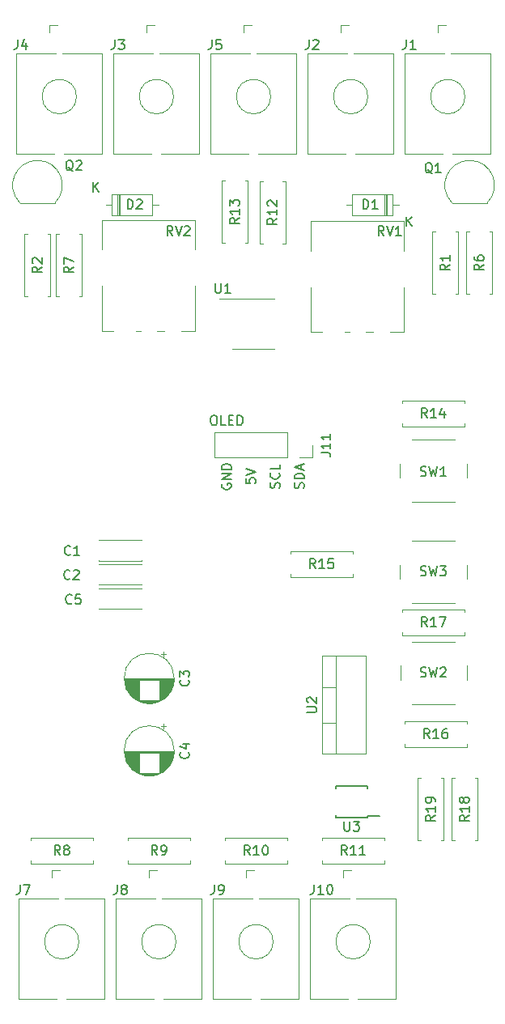
<source format=gbr>
%TF.GenerationSoftware,KiCad,Pcbnew,5.1.10-1.fc33*%
%TF.CreationDate,2021-10-13T17:20:41-04:00*%
%TF.ProjectId,vccg,76636367-2e6b-4696-9361-645f70636258,rev?*%
%TF.SameCoordinates,Original*%
%TF.FileFunction,Legend,Top*%
%TF.FilePolarity,Positive*%
%FSLAX46Y46*%
G04 Gerber Fmt 4.6, Leading zero omitted, Abs format (unit mm)*
G04 Created by KiCad (PCBNEW 5.1.10-1.fc33) date 2021-10-13 17:20:41*
%MOMM*%
%LPD*%
G01*
G04 APERTURE LIST*
%ADD10C,0.150000*%
%ADD11C,0.120000*%
G04 APERTURE END LIST*
D10*
X198953619Y-65492380D02*
X199144095Y-65492380D01*
X199239333Y-65540000D01*
X199334571Y-65635238D01*
X199382190Y-65825714D01*
X199382190Y-66159047D01*
X199334571Y-66349523D01*
X199239333Y-66444761D01*
X199144095Y-66492380D01*
X198953619Y-66492380D01*
X198858380Y-66444761D01*
X198763142Y-66349523D01*
X198715523Y-66159047D01*
X198715523Y-65825714D01*
X198763142Y-65635238D01*
X198858380Y-65540000D01*
X198953619Y-65492380D01*
X200286952Y-66492380D02*
X199810761Y-66492380D01*
X199810761Y-65492380D01*
X200620285Y-65968571D02*
X200953619Y-65968571D01*
X201096476Y-66492380D02*
X200620285Y-66492380D01*
X200620285Y-65492380D01*
X201096476Y-65492380D01*
X201525047Y-66492380D02*
X201525047Y-65492380D01*
X201763142Y-65492380D01*
X201906000Y-65540000D01*
X202001238Y-65635238D01*
X202048857Y-65730476D01*
X202096476Y-65920952D01*
X202096476Y-66063809D01*
X202048857Y-66254285D01*
X202001238Y-66349523D01*
X201906000Y-66444761D01*
X201763142Y-66492380D01*
X201525047Y-66492380D01*
X199906000Y-72643904D02*
X199858380Y-72739142D01*
X199858380Y-72882000D01*
X199906000Y-73024857D01*
X200001238Y-73120095D01*
X200096476Y-73167714D01*
X200286952Y-73215333D01*
X200429809Y-73215333D01*
X200620285Y-73167714D01*
X200715523Y-73120095D01*
X200810761Y-73024857D01*
X200858380Y-72882000D01*
X200858380Y-72786761D01*
X200810761Y-72643904D01*
X200763142Y-72596285D01*
X200429809Y-72596285D01*
X200429809Y-72786761D01*
X200858380Y-72167714D02*
X199858380Y-72167714D01*
X200858380Y-71596285D01*
X199858380Y-71596285D01*
X200858380Y-71120095D02*
X199858380Y-71120095D01*
X199858380Y-70882000D01*
X199906000Y-70739142D01*
X200001238Y-70643904D01*
X200096476Y-70596285D01*
X200286952Y-70548666D01*
X200429809Y-70548666D01*
X200620285Y-70596285D01*
X200715523Y-70643904D01*
X200810761Y-70739142D01*
X200858380Y-70882000D01*
X200858380Y-71120095D01*
X202398380Y-72072476D02*
X202398380Y-72548666D01*
X202874571Y-72596285D01*
X202826952Y-72548666D01*
X202779333Y-72453428D01*
X202779333Y-72215333D01*
X202826952Y-72120095D01*
X202874571Y-72072476D01*
X202969809Y-72024857D01*
X203207904Y-72024857D01*
X203303142Y-72072476D01*
X203350761Y-72120095D01*
X203398380Y-72215333D01*
X203398380Y-72453428D01*
X203350761Y-72548666D01*
X203303142Y-72596285D01*
X202398380Y-71739142D02*
X203398380Y-71405809D01*
X202398380Y-71072476D01*
X205890761Y-73072476D02*
X205938380Y-72929619D01*
X205938380Y-72691523D01*
X205890761Y-72596285D01*
X205843142Y-72548666D01*
X205747904Y-72501047D01*
X205652666Y-72501047D01*
X205557428Y-72548666D01*
X205509809Y-72596285D01*
X205462190Y-72691523D01*
X205414571Y-72882000D01*
X205366952Y-72977238D01*
X205319333Y-73024857D01*
X205224095Y-73072476D01*
X205128857Y-73072476D01*
X205033619Y-73024857D01*
X204986000Y-72977238D01*
X204938380Y-72882000D01*
X204938380Y-72643904D01*
X204986000Y-72501047D01*
X205843142Y-71501047D02*
X205890761Y-71548666D01*
X205938380Y-71691523D01*
X205938380Y-71786761D01*
X205890761Y-71929619D01*
X205795523Y-72024857D01*
X205700285Y-72072476D01*
X205509809Y-72120095D01*
X205366952Y-72120095D01*
X205176476Y-72072476D01*
X205081238Y-72024857D01*
X204986000Y-71929619D01*
X204938380Y-71786761D01*
X204938380Y-71691523D01*
X204986000Y-71548666D01*
X205033619Y-71501047D01*
X205938380Y-70596285D02*
X205938380Y-71072476D01*
X204938380Y-71072476D01*
X208430761Y-73096285D02*
X208478380Y-72953428D01*
X208478380Y-72715333D01*
X208430761Y-72620095D01*
X208383142Y-72572476D01*
X208287904Y-72524857D01*
X208192666Y-72524857D01*
X208097428Y-72572476D01*
X208049809Y-72620095D01*
X208002190Y-72715333D01*
X207954571Y-72905809D01*
X207906952Y-73001047D01*
X207859333Y-73048666D01*
X207764095Y-73096285D01*
X207668857Y-73096285D01*
X207573619Y-73048666D01*
X207526000Y-73001047D01*
X207478380Y-72905809D01*
X207478380Y-72667714D01*
X207526000Y-72524857D01*
X208478380Y-72096285D02*
X207478380Y-72096285D01*
X207478380Y-71858190D01*
X207526000Y-71715333D01*
X207621238Y-71620095D01*
X207716476Y-71572476D01*
X207906952Y-71524857D01*
X208049809Y-71524857D01*
X208240285Y-71572476D01*
X208335523Y-71620095D01*
X208430761Y-71715333D01*
X208478380Y-71858190D01*
X208478380Y-72096285D01*
X208192666Y-71143904D02*
X208192666Y-70667714D01*
X208478380Y-71239142D02*
X207478380Y-70905809D01*
X208478380Y-70572476D01*
D11*
%TO.C,R19*%
X220372000Y-109950000D02*
X220702000Y-109950000D01*
X220372000Y-103410000D02*
X220372000Y-109950000D01*
X220702000Y-103410000D02*
X220372000Y-103410000D01*
X223112000Y-109950000D02*
X222782000Y-109950000D01*
X223112000Y-103410000D02*
X223112000Y-109950000D01*
X222782000Y-103410000D02*
X223112000Y-103410000D01*
%TO.C,R18*%
X223928000Y-109950000D02*
X224258000Y-109950000D01*
X223928000Y-103410000D02*
X223928000Y-109950000D01*
X224258000Y-103410000D02*
X223928000Y-103410000D01*
X226668000Y-109950000D02*
X226338000Y-109950000D01*
X226668000Y-103410000D02*
X226668000Y-109950000D01*
X226338000Y-103410000D02*
X226668000Y-103410000D01*
%TO.C,J2*%
X212300000Y-24654000D02*
X213160000Y-24654000D01*
X212300000Y-24654000D02*
X212300000Y-25454000D01*
X215160000Y-32134000D02*
G75*
G03*
X215160000Y-32134000I-1800000J0D01*
G01*
X213010000Y-27634000D02*
X208860000Y-27634000D01*
X217860000Y-27634000D02*
X213710000Y-27634000D01*
X212860000Y-38134000D02*
X208860000Y-38134000D01*
X217860000Y-38134000D02*
X213860000Y-38134000D01*
X217860000Y-27634000D02*
X217860000Y-38134000D01*
X208860000Y-27634000D02*
X208860000Y-38134000D01*
%TO.C,J1*%
X222460000Y-24654000D02*
X223320000Y-24654000D01*
X222460000Y-24654000D02*
X222460000Y-25454000D01*
X225320000Y-32134000D02*
G75*
G03*
X225320000Y-32134000I-1800000J0D01*
G01*
X223170000Y-27634000D02*
X219020000Y-27634000D01*
X228020000Y-27634000D02*
X223870000Y-27634000D01*
X223020000Y-38134000D02*
X219020000Y-38134000D01*
X228020000Y-38134000D02*
X224020000Y-38134000D01*
X228020000Y-27634000D02*
X228020000Y-38134000D01*
X219020000Y-27634000D02*
X219020000Y-38134000D01*
%TO.C,SW3*%
X225500000Y-82610000D02*
X225500000Y-81110000D01*
X224250000Y-78610000D02*
X219750000Y-78610000D01*
X218500000Y-81110000D02*
X218500000Y-82610000D01*
X219750000Y-85110000D02*
X224250000Y-85110000D01*
%TO.C,SW2*%
X225548000Y-93170000D02*
X225548000Y-91670000D01*
X224298000Y-89170000D02*
X219798000Y-89170000D01*
X218548000Y-91670000D02*
X218548000Y-93170000D01*
X219798000Y-95670000D02*
X224298000Y-95670000D01*
%TO.C,SW1*%
X225500000Y-72028000D02*
X225500000Y-70528000D01*
X224250000Y-68028000D02*
X219750000Y-68028000D01*
X218500000Y-70528000D02*
X218500000Y-72028000D01*
X219750000Y-74528000D02*
X224250000Y-74528000D01*
%TO.C,R17*%
X218726000Y-85752000D02*
X218726000Y-86082000D01*
X225266000Y-85752000D02*
X218726000Y-85752000D01*
X225266000Y-86082000D02*
X225266000Y-85752000D01*
X218726000Y-88492000D02*
X218726000Y-88162000D01*
X225266000Y-88492000D02*
X218726000Y-88492000D01*
X225266000Y-88162000D02*
X225266000Y-88492000D01*
%TO.C,R16*%
X225520000Y-99846000D02*
X225520000Y-100176000D01*
X225520000Y-100176000D02*
X218980000Y-100176000D01*
X218980000Y-100176000D02*
X218980000Y-99846000D01*
X225520000Y-97766000D02*
X225520000Y-97436000D01*
X225520000Y-97436000D02*
X218980000Y-97436000D01*
X218980000Y-97436000D02*
X218980000Y-97766000D01*
%TO.C,R15*%
X207042000Y-79656000D02*
X207042000Y-79986000D01*
X213582000Y-79656000D02*
X207042000Y-79656000D01*
X213582000Y-79986000D02*
X213582000Y-79656000D01*
X207042000Y-82396000D02*
X207042000Y-82066000D01*
X213582000Y-82396000D02*
X207042000Y-82396000D01*
X213582000Y-82066000D02*
X213582000Y-82396000D01*
%TO.C,R14*%
X218726000Y-64238000D02*
X218726000Y-63908000D01*
X218726000Y-63908000D02*
X225266000Y-63908000D01*
X225266000Y-63908000D02*
X225266000Y-64238000D01*
X218726000Y-66318000D02*
X218726000Y-66648000D01*
X218726000Y-66648000D02*
X225266000Y-66648000D01*
X225266000Y-66648000D02*
X225266000Y-66318000D01*
%TO.C,J11*%
X209356000Y-68580000D02*
X209356000Y-69910000D01*
X209356000Y-69910000D02*
X208026000Y-69910000D01*
X206756000Y-69910000D02*
X199076000Y-69910000D01*
X199076000Y-67250000D02*
X199076000Y-69910000D01*
X206756000Y-67250000D02*
X199076000Y-67250000D01*
X206756000Y-67250000D02*
X206756000Y-69910000D01*
%TO.C,R13*%
X202620000Y-40920000D02*
X202290000Y-40920000D01*
X202620000Y-47460000D02*
X202620000Y-40920000D01*
X202290000Y-47460000D02*
X202620000Y-47460000D01*
X199880000Y-40920000D02*
X200210000Y-40920000D01*
X199880000Y-47460000D02*
X199880000Y-40920000D01*
X200210000Y-47460000D02*
X199880000Y-47460000D01*
%TO.C,R12*%
X206570000Y-40970000D02*
X206240000Y-40970000D01*
X206570000Y-47510000D02*
X206570000Y-40970000D01*
X206240000Y-47510000D02*
X206570000Y-47510000D01*
X203830000Y-40970000D02*
X204160000Y-40970000D01*
X203830000Y-47510000D02*
X203830000Y-40970000D01*
X204160000Y-47510000D02*
X203830000Y-47510000D01*
D10*
%TO.C,U3*%
X215125000Y-107350000D02*
X216350000Y-107350000D01*
X215125000Y-104225000D02*
X211775000Y-104225000D01*
X215125000Y-107575000D02*
X211775000Y-107575000D01*
X215125000Y-104225000D02*
X215125000Y-104525000D01*
X211775000Y-104225000D02*
X211775000Y-104525000D01*
X211775000Y-107575000D02*
X211775000Y-107275000D01*
X215125000Y-107575000D02*
X215125000Y-107350000D01*
D11*
%TO.C,U2*%
X210344000Y-93907000D02*
X211854000Y-93907000D01*
X210344000Y-97608000D02*
X211854000Y-97608000D01*
X211854000Y-100878000D02*
X211854000Y-90638000D01*
X210344000Y-90638000D02*
X214985000Y-90638000D01*
X210344000Y-100878000D02*
X214985000Y-100878000D01*
X214985000Y-100878000D02*
X214985000Y-90638000D01*
X210344000Y-100878000D02*
X210344000Y-90638000D01*
%TO.C,U1*%
X203200000Y-53270000D02*
X199600000Y-53270000D01*
X203200000Y-53270000D02*
X205400000Y-53270000D01*
X203200000Y-58490000D02*
X201000000Y-58490000D01*
X203200000Y-58490000D02*
X205400000Y-58490000D01*
%TO.C,RV2*%
X193898000Y-56658000D02*
X193068000Y-56658000D01*
X191448000Y-56658000D02*
X190918000Y-56658000D01*
X188548000Y-56658000D02*
X187368000Y-56658000D01*
X197108000Y-56658000D02*
X197108000Y-51938000D01*
X187368000Y-48128000D02*
X187368000Y-45068000D01*
X187358000Y-56658000D02*
X187358000Y-51938000D01*
X197108000Y-48128000D02*
X197108000Y-45068000D01*
X197108000Y-56658000D02*
X195618000Y-56658000D01*
X197108000Y-45068000D02*
X187368000Y-45068000D01*
%TO.C,RV1*%
X215742000Y-56778000D02*
X214912000Y-56778000D01*
X213292000Y-56778000D02*
X212762000Y-56778000D01*
X210392000Y-56778000D02*
X209212000Y-56778000D01*
X218952000Y-56778000D02*
X218952000Y-52058000D01*
X209212000Y-48248000D02*
X209212000Y-45188000D01*
X209202000Y-56778000D02*
X209202000Y-52058000D01*
X218952000Y-48248000D02*
X218952000Y-45188000D01*
X218952000Y-56778000D02*
X217462000Y-56778000D01*
X218952000Y-45188000D02*
X209212000Y-45188000D01*
%TO.C,R11*%
X210344000Y-109628000D02*
X210344000Y-109958000D01*
X216884000Y-109628000D02*
X210344000Y-109628000D01*
X216884000Y-109958000D02*
X216884000Y-109628000D01*
X210344000Y-112368000D02*
X210344000Y-112038000D01*
X216884000Y-112368000D02*
X210344000Y-112368000D01*
X216884000Y-112038000D02*
X216884000Y-112368000D01*
%TO.C,R10*%
X200184000Y-109628000D02*
X200184000Y-109958000D01*
X206724000Y-109628000D02*
X200184000Y-109628000D01*
X206724000Y-109958000D02*
X206724000Y-109628000D01*
X200184000Y-112368000D02*
X200184000Y-112038000D01*
X206724000Y-112368000D02*
X200184000Y-112368000D01*
X206724000Y-112038000D02*
X206724000Y-112368000D01*
%TO.C,R9*%
X190024000Y-109628000D02*
X190024000Y-109958000D01*
X196564000Y-109628000D02*
X190024000Y-109628000D01*
X196564000Y-109958000D02*
X196564000Y-109628000D01*
X190024000Y-112368000D02*
X190024000Y-112038000D01*
X196564000Y-112368000D02*
X190024000Y-112368000D01*
X196564000Y-112038000D02*
X196564000Y-112368000D01*
%TO.C,R8*%
X179864000Y-109628000D02*
X179864000Y-109958000D01*
X186404000Y-109628000D02*
X179864000Y-109628000D01*
X186404000Y-109958000D02*
X186404000Y-109628000D01*
X179864000Y-112368000D02*
X179864000Y-112038000D01*
X186404000Y-112368000D02*
X179864000Y-112368000D01*
X186404000Y-112038000D02*
X186404000Y-112368000D01*
%TO.C,R7*%
X182526000Y-53054000D02*
X182856000Y-53054000D01*
X182526000Y-46514000D02*
X182526000Y-53054000D01*
X182856000Y-46514000D02*
X182526000Y-46514000D01*
X185266000Y-53054000D02*
X184936000Y-53054000D01*
X185266000Y-46514000D02*
X185266000Y-53054000D01*
X184936000Y-46514000D02*
X185266000Y-46514000D01*
%TO.C,R6*%
X225452000Y-52800000D02*
X225782000Y-52800000D01*
X225452000Y-46260000D02*
X225452000Y-52800000D01*
X225782000Y-46260000D02*
X225452000Y-46260000D01*
X228192000Y-52800000D02*
X227862000Y-52800000D01*
X228192000Y-46260000D02*
X228192000Y-52800000D01*
X227862000Y-46260000D02*
X228192000Y-46260000D01*
%TO.C,R2*%
X179224000Y-53054000D02*
X179554000Y-53054000D01*
X179224000Y-46514000D02*
X179224000Y-53054000D01*
X179554000Y-46514000D02*
X179224000Y-46514000D01*
X181964000Y-53054000D02*
X181634000Y-53054000D01*
X181964000Y-46514000D02*
X181964000Y-53054000D01*
X181634000Y-46514000D02*
X181964000Y-46514000D01*
%TO.C,R1*%
X224636000Y-46260000D02*
X224306000Y-46260000D01*
X224636000Y-52800000D02*
X224636000Y-46260000D01*
X224306000Y-52800000D02*
X224636000Y-52800000D01*
X221896000Y-46260000D02*
X222226000Y-46260000D01*
X221896000Y-52800000D02*
X221896000Y-46260000D01*
X222226000Y-52800000D02*
X221896000Y-52800000D01*
%TO.C,Q2*%
X178794000Y-43252000D02*
X182394000Y-43252000D01*
X182432478Y-43240478D02*
G75*
G03*
X180594000Y-38802000I-1838478J1838478D01*
G01*
X178755522Y-43240478D02*
G75*
G02*
X180594000Y-38802000I1838478J1838478D01*
G01*
%TO.C,Q1*%
X224006000Y-43252000D02*
X227606000Y-43252000D01*
X227644478Y-43240478D02*
G75*
G03*
X225806000Y-38802000I-1838478J1838478D01*
G01*
X223967522Y-43240478D02*
G75*
G02*
X225806000Y-38802000I1838478J1838478D01*
G01*
%TO.C,J10*%
X212554000Y-113046000D02*
X213414000Y-113046000D01*
X212554000Y-113046000D02*
X212554000Y-113846000D01*
X215414000Y-120526000D02*
G75*
G03*
X215414000Y-120526000I-1800000J0D01*
G01*
X213264000Y-116026000D02*
X209114000Y-116026000D01*
X218114000Y-116026000D02*
X213964000Y-116026000D01*
X213114000Y-126526000D02*
X209114000Y-126526000D01*
X218114000Y-126526000D02*
X214114000Y-126526000D01*
X218114000Y-116026000D02*
X218114000Y-126526000D01*
X209114000Y-116026000D02*
X209114000Y-126526000D01*
%TO.C,J9*%
X202394000Y-113046000D02*
X203254000Y-113046000D01*
X202394000Y-113046000D02*
X202394000Y-113846000D01*
X205254000Y-120526000D02*
G75*
G03*
X205254000Y-120526000I-1800000J0D01*
G01*
X203104000Y-116026000D02*
X198954000Y-116026000D01*
X207954000Y-116026000D02*
X203804000Y-116026000D01*
X202954000Y-126526000D02*
X198954000Y-126526000D01*
X207954000Y-126526000D02*
X203954000Y-126526000D01*
X207954000Y-116026000D02*
X207954000Y-126526000D01*
X198954000Y-116026000D02*
X198954000Y-126526000D01*
%TO.C,J8*%
X192234000Y-113046000D02*
X193094000Y-113046000D01*
X192234000Y-113046000D02*
X192234000Y-113846000D01*
X195094000Y-120526000D02*
G75*
G03*
X195094000Y-120526000I-1800000J0D01*
G01*
X192944000Y-116026000D02*
X188794000Y-116026000D01*
X197794000Y-116026000D02*
X193644000Y-116026000D01*
X192794000Y-126526000D02*
X188794000Y-126526000D01*
X197794000Y-126526000D02*
X193794000Y-126526000D01*
X197794000Y-116026000D02*
X197794000Y-126526000D01*
X188794000Y-116026000D02*
X188794000Y-126526000D01*
%TO.C,J7*%
X182074000Y-113046000D02*
X182934000Y-113046000D01*
X182074000Y-113046000D02*
X182074000Y-113846000D01*
X184934000Y-120526000D02*
G75*
G03*
X184934000Y-120526000I-1800000J0D01*
G01*
X182784000Y-116026000D02*
X178634000Y-116026000D01*
X187634000Y-116026000D02*
X183484000Y-116026000D01*
X182634000Y-126526000D02*
X178634000Y-126526000D01*
X187634000Y-126526000D02*
X183634000Y-126526000D01*
X187634000Y-116026000D02*
X187634000Y-126526000D01*
X178634000Y-116026000D02*
X178634000Y-126526000D01*
%TO.C,J5*%
X202140000Y-24654000D02*
X203000000Y-24654000D01*
X202140000Y-24654000D02*
X202140000Y-25454000D01*
X205000000Y-32134000D02*
G75*
G03*
X205000000Y-32134000I-1800000J0D01*
G01*
X202850000Y-27634000D02*
X198700000Y-27634000D01*
X207700000Y-27634000D02*
X203550000Y-27634000D01*
X202700000Y-38134000D02*
X198700000Y-38134000D01*
X207700000Y-38134000D02*
X203700000Y-38134000D01*
X207700000Y-27634000D02*
X207700000Y-38134000D01*
X198700000Y-27634000D02*
X198700000Y-38134000D01*
%TO.C,J4*%
X181820000Y-24654000D02*
X182680000Y-24654000D01*
X181820000Y-24654000D02*
X181820000Y-25454000D01*
X184680000Y-32134000D02*
G75*
G03*
X184680000Y-32134000I-1800000J0D01*
G01*
X182530000Y-27634000D02*
X178380000Y-27634000D01*
X187380000Y-27634000D02*
X183230000Y-27634000D01*
X182380000Y-38134000D02*
X178380000Y-38134000D01*
X187380000Y-38134000D02*
X183380000Y-38134000D01*
X187380000Y-27634000D02*
X187380000Y-38134000D01*
X178380000Y-27634000D02*
X178380000Y-38134000D01*
%TO.C,J3*%
X191980000Y-24654000D02*
X192840000Y-24654000D01*
X191980000Y-24654000D02*
X191980000Y-25454000D01*
X194840000Y-32134000D02*
G75*
G03*
X194840000Y-32134000I-1800000J0D01*
G01*
X192690000Y-27634000D02*
X188540000Y-27634000D01*
X197540000Y-27634000D02*
X193390000Y-27634000D01*
X192540000Y-38134000D02*
X188540000Y-38134000D01*
X197540000Y-38134000D02*
X193540000Y-38134000D01*
X197540000Y-27634000D02*
X197540000Y-38134000D01*
X188540000Y-27634000D02*
X188540000Y-38134000D01*
%TO.C,D2*%
X188980000Y-42314000D02*
X188980000Y-44554000D01*
X189220000Y-42314000D02*
X189220000Y-44554000D01*
X189100000Y-42314000D02*
X189100000Y-44554000D01*
X193270000Y-43434000D02*
X192620000Y-43434000D01*
X187730000Y-43434000D02*
X188380000Y-43434000D01*
X192620000Y-42314000D02*
X188380000Y-42314000D01*
X192620000Y-44554000D02*
X192620000Y-42314000D01*
X188380000Y-44554000D02*
X192620000Y-44554000D01*
X188380000Y-42314000D02*
X188380000Y-44554000D01*
%TO.C,D1*%
X217166000Y-44554000D02*
X217166000Y-42314000D01*
X216926000Y-44554000D02*
X216926000Y-42314000D01*
X217046000Y-44554000D02*
X217046000Y-42314000D01*
X212876000Y-43434000D02*
X213526000Y-43434000D01*
X218416000Y-43434000D02*
X217766000Y-43434000D01*
X213526000Y-44554000D02*
X217766000Y-44554000D01*
X213526000Y-42314000D02*
X213526000Y-44554000D01*
X217766000Y-42314000D02*
X213526000Y-42314000D01*
X217766000Y-44554000D02*
X217766000Y-42314000D01*
%TO.C,C4*%
X194003000Y-98009225D02*
X193503000Y-98009225D01*
X193753000Y-97759225D02*
X193753000Y-98259225D01*
X192562000Y-103165000D02*
X191994000Y-103165000D01*
X192796000Y-103125000D02*
X191760000Y-103125000D01*
X192955000Y-103085000D02*
X191601000Y-103085000D01*
X193083000Y-103045000D02*
X191473000Y-103045000D01*
X193193000Y-103005000D02*
X191363000Y-103005000D01*
X193289000Y-102965000D02*
X191267000Y-102965000D01*
X193376000Y-102925000D02*
X191180000Y-102925000D01*
X193456000Y-102885000D02*
X191100000Y-102885000D01*
X191238000Y-102845000D02*
X191027000Y-102845000D01*
X193529000Y-102845000D02*
X193318000Y-102845000D01*
X191238000Y-102805000D02*
X190959000Y-102805000D01*
X193597000Y-102805000D02*
X193318000Y-102805000D01*
X191238000Y-102765000D02*
X190895000Y-102765000D01*
X193661000Y-102765000D02*
X193318000Y-102765000D01*
X191238000Y-102725000D02*
X190835000Y-102725000D01*
X193721000Y-102725000D02*
X193318000Y-102725000D01*
X191238000Y-102685000D02*
X190778000Y-102685000D01*
X193778000Y-102685000D02*
X193318000Y-102685000D01*
X191238000Y-102645000D02*
X190724000Y-102645000D01*
X193832000Y-102645000D02*
X193318000Y-102645000D01*
X191238000Y-102605000D02*
X190673000Y-102605000D01*
X193883000Y-102605000D02*
X193318000Y-102605000D01*
X191238000Y-102565000D02*
X190625000Y-102565000D01*
X193931000Y-102565000D02*
X193318000Y-102565000D01*
X191238000Y-102525000D02*
X190579000Y-102525000D01*
X193977000Y-102525000D02*
X193318000Y-102525000D01*
X191238000Y-102485000D02*
X190535000Y-102485000D01*
X194021000Y-102485000D02*
X193318000Y-102485000D01*
X191238000Y-102445000D02*
X190493000Y-102445000D01*
X194063000Y-102445000D02*
X193318000Y-102445000D01*
X191238000Y-102405000D02*
X190452000Y-102405000D01*
X194104000Y-102405000D02*
X193318000Y-102405000D01*
X191238000Y-102365000D02*
X190414000Y-102365000D01*
X194142000Y-102365000D02*
X193318000Y-102365000D01*
X191238000Y-102325000D02*
X190377000Y-102325000D01*
X194179000Y-102325000D02*
X193318000Y-102325000D01*
X191238000Y-102285000D02*
X190341000Y-102285000D01*
X194215000Y-102285000D02*
X193318000Y-102285000D01*
X191238000Y-102245000D02*
X190307000Y-102245000D01*
X194249000Y-102245000D02*
X193318000Y-102245000D01*
X191238000Y-102205000D02*
X190274000Y-102205000D01*
X194282000Y-102205000D02*
X193318000Y-102205000D01*
X191238000Y-102165000D02*
X190243000Y-102165000D01*
X194313000Y-102165000D02*
X193318000Y-102165000D01*
X191238000Y-102125000D02*
X190213000Y-102125000D01*
X194343000Y-102125000D02*
X193318000Y-102125000D01*
X191238000Y-102085000D02*
X190183000Y-102085000D01*
X194373000Y-102085000D02*
X193318000Y-102085000D01*
X191238000Y-102045000D02*
X190156000Y-102045000D01*
X194400000Y-102045000D02*
X193318000Y-102045000D01*
X191238000Y-102005000D02*
X190129000Y-102005000D01*
X194427000Y-102005000D02*
X193318000Y-102005000D01*
X191238000Y-101965000D02*
X190103000Y-101965000D01*
X194453000Y-101965000D02*
X193318000Y-101965000D01*
X191238000Y-101925000D02*
X190078000Y-101925000D01*
X194478000Y-101925000D02*
X193318000Y-101925000D01*
X191238000Y-101885000D02*
X190054000Y-101885000D01*
X194502000Y-101885000D02*
X193318000Y-101885000D01*
X191238000Y-101845000D02*
X190031000Y-101845000D01*
X194525000Y-101845000D02*
X193318000Y-101845000D01*
X191238000Y-101805000D02*
X190010000Y-101805000D01*
X194546000Y-101805000D02*
X193318000Y-101805000D01*
X191238000Y-101765000D02*
X189988000Y-101765000D01*
X194568000Y-101765000D02*
X193318000Y-101765000D01*
X191238000Y-101725000D02*
X189968000Y-101725000D01*
X194588000Y-101725000D02*
X193318000Y-101725000D01*
X191238000Y-101685000D02*
X189949000Y-101685000D01*
X194607000Y-101685000D02*
X193318000Y-101685000D01*
X191238000Y-101645000D02*
X189930000Y-101645000D01*
X194626000Y-101645000D02*
X193318000Y-101645000D01*
X191238000Y-101605000D02*
X189913000Y-101605000D01*
X194643000Y-101605000D02*
X193318000Y-101605000D01*
X191238000Y-101565000D02*
X189896000Y-101565000D01*
X194660000Y-101565000D02*
X193318000Y-101565000D01*
X191238000Y-101525000D02*
X189880000Y-101525000D01*
X194676000Y-101525000D02*
X193318000Y-101525000D01*
X191238000Y-101485000D02*
X189864000Y-101485000D01*
X194692000Y-101485000D02*
X193318000Y-101485000D01*
X191238000Y-101445000D02*
X189850000Y-101445000D01*
X194706000Y-101445000D02*
X193318000Y-101445000D01*
X191238000Y-101405000D02*
X189836000Y-101405000D01*
X194720000Y-101405000D02*
X193318000Y-101405000D01*
X191238000Y-101365000D02*
X189823000Y-101365000D01*
X194733000Y-101365000D02*
X193318000Y-101365000D01*
X191238000Y-101325000D02*
X189810000Y-101325000D01*
X194746000Y-101325000D02*
X193318000Y-101325000D01*
X191238000Y-101285000D02*
X189798000Y-101285000D01*
X194758000Y-101285000D02*
X193318000Y-101285000D01*
X191238000Y-101244000D02*
X189787000Y-101244000D01*
X194769000Y-101244000D02*
X193318000Y-101244000D01*
X191238000Y-101204000D02*
X189777000Y-101204000D01*
X194779000Y-101204000D02*
X193318000Y-101204000D01*
X191238000Y-101164000D02*
X189767000Y-101164000D01*
X194789000Y-101164000D02*
X193318000Y-101164000D01*
X191238000Y-101124000D02*
X189758000Y-101124000D01*
X194798000Y-101124000D02*
X193318000Y-101124000D01*
X191238000Y-101084000D02*
X189750000Y-101084000D01*
X194806000Y-101084000D02*
X193318000Y-101084000D01*
X191238000Y-101044000D02*
X189742000Y-101044000D01*
X194814000Y-101044000D02*
X193318000Y-101044000D01*
X191238000Y-101004000D02*
X189735000Y-101004000D01*
X194821000Y-101004000D02*
X193318000Y-101004000D01*
X191238000Y-100964000D02*
X189728000Y-100964000D01*
X194828000Y-100964000D02*
X193318000Y-100964000D01*
X191238000Y-100924000D02*
X189722000Y-100924000D01*
X194834000Y-100924000D02*
X193318000Y-100924000D01*
X191238000Y-100884000D02*
X189717000Y-100884000D01*
X194839000Y-100884000D02*
X193318000Y-100884000D01*
X191238000Y-100844000D02*
X189713000Y-100844000D01*
X194843000Y-100844000D02*
X193318000Y-100844000D01*
X191238000Y-100804000D02*
X189709000Y-100804000D01*
X194847000Y-100804000D02*
X193318000Y-100804000D01*
X194851000Y-100764000D02*
X189705000Y-100764000D01*
X194854000Y-100724000D02*
X189702000Y-100724000D01*
X194856000Y-100684000D02*
X189700000Y-100684000D01*
X194857000Y-100644000D02*
X189699000Y-100644000D01*
X194858000Y-100604000D02*
X189698000Y-100604000D01*
X194858000Y-100564000D02*
X189698000Y-100564000D01*
X194898000Y-100564000D02*
G75*
G03*
X194898000Y-100564000I-2620000J0D01*
G01*
%TO.C,C3*%
X194003000Y-90429225D02*
X193503000Y-90429225D01*
X193753000Y-90179225D02*
X193753000Y-90679225D01*
X192562000Y-95585000D02*
X191994000Y-95585000D01*
X192796000Y-95545000D02*
X191760000Y-95545000D01*
X192955000Y-95505000D02*
X191601000Y-95505000D01*
X193083000Y-95465000D02*
X191473000Y-95465000D01*
X193193000Y-95425000D02*
X191363000Y-95425000D01*
X193289000Y-95385000D02*
X191267000Y-95385000D01*
X193376000Y-95345000D02*
X191180000Y-95345000D01*
X193456000Y-95305000D02*
X191100000Y-95305000D01*
X191238000Y-95265000D02*
X191027000Y-95265000D01*
X193529000Y-95265000D02*
X193318000Y-95265000D01*
X191238000Y-95225000D02*
X190959000Y-95225000D01*
X193597000Y-95225000D02*
X193318000Y-95225000D01*
X191238000Y-95185000D02*
X190895000Y-95185000D01*
X193661000Y-95185000D02*
X193318000Y-95185000D01*
X191238000Y-95145000D02*
X190835000Y-95145000D01*
X193721000Y-95145000D02*
X193318000Y-95145000D01*
X191238000Y-95105000D02*
X190778000Y-95105000D01*
X193778000Y-95105000D02*
X193318000Y-95105000D01*
X191238000Y-95065000D02*
X190724000Y-95065000D01*
X193832000Y-95065000D02*
X193318000Y-95065000D01*
X191238000Y-95025000D02*
X190673000Y-95025000D01*
X193883000Y-95025000D02*
X193318000Y-95025000D01*
X191238000Y-94985000D02*
X190625000Y-94985000D01*
X193931000Y-94985000D02*
X193318000Y-94985000D01*
X191238000Y-94945000D02*
X190579000Y-94945000D01*
X193977000Y-94945000D02*
X193318000Y-94945000D01*
X191238000Y-94905000D02*
X190535000Y-94905000D01*
X194021000Y-94905000D02*
X193318000Y-94905000D01*
X191238000Y-94865000D02*
X190493000Y-94865000D01*
X194063000Y-94865000D02*
X193318000Y-94865000D01*
X191238000Y-94825000D02*
X190452000Y-94825000D01*
X194104000Y-94825000D02*
X193318000Y-94825000D01*
X191238000Y-94785000D02*
X190414000Y-94785000D01*
X194142000Y-94785000D02*
X193318000Y-94785000D01*
X191238000Y-94745000D02*
X190377000Y-94745000D01*
X194179000Y-94745000D02*
X193318000Y-94745000D01*
X191238000Y-94705000D02*
X190341000Y-94705000D01*
X194215000Y-94705000D02*
X193318000Y-94705000D01*
X191238000Y-94665000D02*
X190307000Y-94665000D01*
X194249000Y-94665000D02*
X193318000Y-94665000D01*
X191238000Y-94625000D02*
X190274000Y-94625000D01*
X194282000Y-94625000D02*
X193318000Y-94625000D01*
X191238000Y-94585000D02*
X190243000Y-94585000D01*
X194313000Y-94585000D02*
X193318000Y-94585000D01*
X191238000Y-94545000D02*
X190213000Y-94545000D01*
X194343000Y-94545000D02*
X193318000Y-94545000D01*
X191238000Y-94505000D02*
X190183000Y-94505000D01*
X194373000Y-94505000D02*
X193318000Y-94505000D01*
X191238000Y-94465000D02*
X190156000Y-94465000D01*
X194400000Y-94465000D02*
X193318000Y-94465000D01*
X191238000Y-94425000D02*
X190129000Y-94425000D01*
X194427000Y-94425000D02*
X193318000Y-94425000D01*
X191238000Y-94385000D02*
X190103000Y-94385000D01*
X194453000Y-94385000D02*
X193318000Y-94385000D01*
X191238000Y-94345000D02*
X190078000Y-94345000D01*
X194478000Y-94345000D02*
X193318000Y-94345000D01*
X191238000Y-94305000D02*
X190054000Y-94305000D01*
X194502000Y-94305000D02*
X193318000Y-94305000D01*
X191238000Y-94265000D02*
X190031000Y-94265000D01*
X194525000Y-94265000D02*
X193318000Y-94265000D01*
X191238000Y-94225000D02*
X190010000Y-94225000D01*
X194546000Y-94225000D02*
X193318000Y-94225000D01*
X191238000Y-94185000D02*
X189988000Y-94185000D01*
X194568000Y-94185000D02*
X193318000Y-94185000D01*
X191238000Y-94145000D02*
X189968000Y-94145000D01*
X194588000Y-94145000D02*
X193318000Y-94145000D01*
X191238000Y-94105000D02*
X189949000Y-94105000D01*
X194607000Y-94105000D02*
X193318000Y-94105000D01*
X191238000Y-94065000D02*
X189930000Y-94065000D01*
X194626000Y-94065000D02*
X193318000Y-94065000D01*
X191238000Y-94025000D02*
X189913000Y-94025000D01*
X194643000Y-94025000D02*
X193318000Y-94025000D01*
X191238000Y-93985000D02*
X189896000Y-93985000D01*
X194660000Y-93985000D02*
X193318000Y-93985000D01*
X191238000Y-93945000D02*
X189880000Y-93945000D01*
X194676000Y-93945000D02*
X193318000Y-93945000D01*
X191238000Y-93905000D02*
X189864000Y-93905000D01*
X194692000Y-93905000D02*
X193318000Y-93905000D01*
X191238000Y-93865000D02*
X189850000Y-93865000D01*
X194706000Y-93865000D02*
X193318000Y-93865000D01*
X191238000Y-93825000D02*
X189836000Y-93825000D01*
X194720000Y-93825000D02*
X193318000Y-93825000D01*
X191238000Y-93785000D02*
X189823000Y-93785000D01*
X194733000Y-93785000D02*
X193318000Y-93785000D01*
X191238000Y-93745000D02*
X189810000Y-93745000D01*
X194746000Y-93745000D02*
X193318000Y-93745000D01*
X191238000Y-93705000D02*
X189798000Y-93705000D01*
X194758000Y-93705000D02*
X193318000Y-93705000D01*
X191238000Y-93664000D02*
X189787000Y-93664000D01*
X194769000Y-93664000D02*
X193318000Y-93664000D01*
X191238000Y-93624000D02*
X189777000Y-93624000D01*
X194779000Y-93624000D02*
X193318000Y-93624000D01*
X191238000Y-93584000D02*
X189767000Y-93584000D01*
X194789000Y-93584000D02*
X193318000Y-93584000D01*
X191238000Y-93544000D02*
X189758000Y-93544000D01*
X194798000Y-93544000D02*
X193318000Y-93544000D01*
X191238000Y-93504000D02*
X189750000Y-93504000D01*
X194806000Y-93504000D02*
X193318000Y-93504000D01*
X191238000Y-93464000D02*
X189742000Y-93464000D01*
X194814000Y-93464000D02*
X193318000Y-93464000D01*
X191238000Y-93424000D02*
X189735000Y-93424000D01*
X194821000Y-93424000D02*
X193318000Y-93424000D01*
X191238000Y-93384000D02*
X189728000Y-93384000D01*
X194828000Y-93384000D02*
X193318000Y-93384000D01*
X191238000Y-93344000D02*
X189722000Y-93344000D01*
X194834000Y-93344000D02*
X193318000Y-93344000D01*
X191238000Y-93304000D02*
X189717000Y-93304000D01*
X194839000Y-93304000D02*
X193318000Y-93304000D01*
X191238000Y-93264000D02*
X189713000Y-93264000D01*
X194843000Y-93264000D02*
X193318000Y-93264000D01*
X191238000Y-93224000D02*
X189709000Y-93224000D01*
X194847000Y-93224000D02*
X193318000Y-93224000D01*
X194851000Y-93184000D02*
X189705000Y-93184000D01*
X194854000Y-93144000D02*
X189702000Y-93144000D01*
X194856000Y-93104000D02*
X189700000Y-93104000D01*
X194857000Y-93064000D02*
X189699000Y-93064000D01*
X194858000Y-93024000D02*
X189698000Y-93024000D01*
X194858000Y-92984000D02*
X189698000Y-92984000D01*
X194898000Y-92984000D02*
G75*
G03*
X194898000Y-92984000I-2620000J0D01*
G01*
%TO.C,C1*%
X191520000Y-80670000D02*
X186980000Y-80670000D01*
X191520000Y-78530000D02*
X186980000Y-78530000D01*
X191520000Y-80670000D02*
X191520000Y-80655000D01*
X191520000Y-78545000D02*
X191520000Y-78530000D01*
X186980000Y-80670000D02*
X186980000Y-80655000D01*
X186980000Y-78545000D02*
X186980000Y-78530000D01*
%TO.C,C2*%
X186980000Y-81045000D02*
X186980000Y-81030000D01*
X186980000Y-83170000D02*
X186980000Y-83155000D01*
X191520000Y-81045000D02*
X191520000Y-81030000D01*
X191520000Y-83170000D02*
X191520000Y-83155000D01*
X191520000Y-81030000D02*
X186980000Y-81030000D01*
X191520000Y-83170000D02*
X186980000Y-83170000D01*
%TO.C,C5*%
X186980000Y-83595000D02*
X186980000Y-83580000D01*
X186980000Y-85720000D02*
X186980000Y-85705000D01*
X191520000Y-83595000D02*
X191520000Y-83580000D01*
X191520000Y-85720000D02*
X191520000Y-85705000D01*
X191520000Y-83580000D02*
X186980000Y-83580000D01*
X191520000Y-85720000D02*
X186980000Y-85720000D01*
%TO.C,R19*%
D10*
X222194380Y-107322857D02*
X221718190Y-107656190D01*
X222194380Y-107894285D02*
X221194380Y-107894285D01*
X221194380Y-107513333D01*
X221242000Y-107418095D01*
X221289619Y-107370476D01*
X221384857Y-107322857D01*
X221527714Y-107322857D01*
X221622952Y-107370476D01*
X221670571Y-107418095D01*
X221718190Y-107513333D01*
X221718190Y-107894285D01*
X222194380Y-106370476D02*
X222194380Y-106941904D01*
X222194380Y-106656190D02*
X221194380Y-106656190D01*
X221337238Y-106751428D01*
X221432476Y-106846666D01*
X221480095Y-106941904D01*
X222194380Y-105894285D02*
X222194380Y-105703809D01*
X222146761Y-105608571D01*
X222099142Y-105560952D01*
X221956285Y-105465714D01*
X221765809Y-105418095D01*
X221384857Y-105418095D01*
X221289619Y-105465714D01*
X221242000Y-105513333D01*
X221194380Y-105608571D01*
X221194380Y-105799047D01*
X221242000Y-105894285D01*
X221289619Y-105941904D01*
X221384857Y-105989523D01*
X221622952Y-105989523D01*
X221718190Y-105941904D01*
X221765809Y-105894285D01*
X221813428Y-105799047D01*
X221813428Y-105608571D01*
X221765809Y-105513333D01*
X221718190Y-105465714D01*
X221622952Y-105418095D01*
%TO.C,R18*%
X225750380Y-107322857D02*
X225274190Y-107656190D01*
X225750380Y-107894285D02*
X224750380Y-107894285D01*
X224750380Y-107513333D01*
X224798000Y-107418095D01*
X224845619Y-107370476D01*
X224940857Y-107322857D01*
X225083714Y-107322857D01*
X225178952Y-107370476D01*
X225226571Y-107418095D01*
X225274190Y-107513333D01*
X225274190Y-107894285D01*
X225750380Y-106370476D02*
X225750380Y-106941904D01*
X225750380Y-106656190D02*
X224750380Y-106656190D01*
X224893238Y-106751428D01*
X224988476Y-106846666D01*
X225036095Y-106941904D01*
X225178952Y-105799047D02*
X225131333Y-105894285D01*
X225083714Y-105941904D01*
X224988476Y-105989523D01*
X224940857Y-105989523D01*
X224845619Y-105941904D01*
X224798000Y-105894285D01*
X224750380Y-105799047D01*
X224750380Y-105608571D01*
X224798000Y-105513333D01*
X224845619Y-105465714D01*
X224940857Y-105418095D01*
X224988476Y-105418095D01*
X225083714Y-105465714D01*
X225131333Y-105513333D01*
X225178952Y-105608571D01*
X225178952Y-105799047D01*
X225226571Y-105894285D01*
X225274190Y-105941904D01*
X225369428Y-105989523D01*
X225559904Y-105989523D01*
X225655142Y-105941904D01*
X225702761Y-105894285D01*
X225750380Y-105799047D01*
X225750380Y-105608571D01*
X225702761Y-105513333D01*
X225655142Y-105465714D01*
X225559904Y-105418095D01*
X225369428Y-105418095D01*
X225274190Y-105465714D01*
X225226571Y-105513333D01*
X225178952Y-105608571D01*
%TO.C,J2*%
X208996666Y-26186380D02*
X208996666Y-26900666D01*
X208949047Y-27043523D01*
X208853809Y-27138761D01*
X208710952Y-27186380D01*
X208615714Y-27186380D01*
X209425238Y-26281619D02*
X209472857Y-26234000D01*
X209568095Y-26186380D01*
X209806190Y-26186380D01*
X209901428Y-26234000D01*
X209949047Y-26281619D01*
X209996666Y-26376857D01*
X209996666Y-26472095D01*
X209949047Y-26614952D01*
X209377619Y-27186380D01*
X209996666Y-27186380D01*
%TO.C,J1*%
X219156666Y-26186380D02*
X219156666Y-26900666D01*
X219109047Y-27043523D01*
X219013809Y-27138761D01*
X218870952Y-27186380D01*
X218775714Y-27186380D01*
X220156666Y-27186380D02*
X219585238Y-27186380D01*
X219870952Y-27186380D02*
X219870952Y-26186380D01*
X219775714Y-26329238D01*
X219680476Y-26424476D01*
X219585238Y-26472095D01*
%TO.C,SW3*%
X220662666Y-82192761D02*
X220805523Y-82240380D01*
X221043619Y-82240380D01*
X221138857Y-82192761D01*
X221186476Y-82145142D01*
X221234095Y-82049904D01*
X221234095Y-81954666D01*
X221186476Y-81859428D01*
X221138857Y-81811809D01*
X221043619Y-81764190D01*
X220853142Y-81716571D01*
X220757904Y-81668952D01*
X220710285Y-81621333D01*
X220662666Y-81526095D01*
X220662666Y-81430857D01*
X220710285Y-81335619D01*
X220757904Y-81288000D01*
X220853142Y-81240380D01*
X221091238Y-81240380D01*
X221234095Y-81288000D01*
X221567428Y-81240380D02*
X221805523Y-82240380D01*
X221996000Y-81526095D01*
X222186476Y-82240380D01*
X222424571Y-81240380D01*
X222710285Y-81240380D02*
X223329333Y-81240380D01*
X222996000Y-81621333D01*
X223138857Y-81621333D01*
X223234095Y-81668952D01*
X223281714Y-81716571D01*
X223329333Y-81811809D01*
X223329333Y-82049904D01*
X223281714Y-82145142D01*
X223234095Y-82192761D01*
X223138857Y-82240380D01*
X222853142Y-82240380D01*
X222757904Y-82192761D01*
X222710285Y-82145142D01*
%TO.C,SW2*%
X220662666Y-92788761D02*
X220805523Y-92836380D01*
X221043619Y-92836380D01*
X221138857Y-92788761D01*
X221186476Y-92741142D01*
X221234095Y-92645904D01*
X221234095Y-92550666D01*
X221186476Y-92455428D01*
X221138857Y-92407809D01*
X221043619Y-92360190D01*
X220853142Y-92312571D01*
X220757904Y-92264952D01*
X220710285Y-92217333D01*
X220662666Y-92122095D01*
X220662666Y-92026857D01*
X220710285Y-91931619D01*
X220757904Y-91884000D01*
X220853142Y-91836380D01*
X221091238Y-91836380D01*
X221234095Y-91884000D01*
X221567428Y-91836380D02*
X221805523Y-92836380D01*
X221996000Y-92122095D01*
X222186476Y-92836380D01*
X222424571Y-91836380D01*
X222757904Y-91931619D02*
X222805523Y-91884000D01*
X222900761Y-91836380D01*
X223138857Y-91836380D01*
X223234095Y-91884000D01*
X223281714Y-91931619D01*
X223329333Y-92026857D01*
X223329333Y-92122095D01*
X223281714Y-92264952D01*
X222710285Y-92836380D01*
X223329333Y-92836380D01*
%TO.C,SW1*%
X220662666Y-71778761D02*
X220805523Y-71826380D01*
X221043619Y-71826380D01*
X221138857Y-71778761D01*
X221186476Y-71731142D01*
X221234095Y-71635904D01*
X221234095Y-71540666D01*
X221186476Y-71445428D01*
X221138857Y-71397809D01*
X221043619Y-71350190D01*
X220853142Y-71302571D01*
X220757904Y-71254952D01*
X220710285Y-71207333D01*
X220662666Y-71112095D01*
X220662666Y-71016857D01*
X220710285Y-70921619D01*
X220757904Y-70874000D01*
X220853142Y-70826380D01*
X221091238Y-70826380D01*
X221234095Y-70874000D01*
X221567428Y-70826380D02*
X221805523Y-71826380D01*
X221996000Y-71112095D01*
X222186476Y-71826380D01*
X222424571Y-70826380D01*
X223329333Y-71826380D02*
X222757904Y-71826380D01*
X223043619Y-71826380D02*
X223043619Y-70826380D01*
X222948380Y-70969238D01*
X222853142Y-71064476D01*
X222757904Y-71112095D01*
%TO.C,R17*%
X221353142Y-87574380D02*
X221019809Y-87098190D01*
X220781714Y-87574380D02*
X220781714Y-86574380D01*
X221162666Y-86574380D01*
X221257904Y-86622000D01*
X221305523Y-86669619D01*
X221353142Y-86764857D01*
X221353142Y-86907714D01*
X221305523Y-87002952D01*
X221257904Y-87050571D01*
X221162666Y-87098190D01*
X220781714Y-87098190D01*
X222305523Y-87574380D02*
X221734095Y-87574380D01*
X222019809Y-87574380D02*
X222019809Y-86574380D01*
X221924571Y-86717238D01*
X221829333Y-86812476D01*
X221734095Y-86860095D01*
X222638857Y-86574380D02*
X223305523Y-86574380D01*
X222876952Y-87574380D01*
%TO.C,R16*%
X221607142Y-99258380D02*
X221273809Y-98782190D01*
X221035714Y-99258380D02*
X221035714Y-98258380D01*
X221416666Y-98258380D01*
X221511904Y-98306000D01*
X221559523Y-98353619D01*
X221607142Y-98448857D01*
X221607142Y-98591714D01*
X221559523Y-98686952D01*
X221511904Y-98734571D01*
X221416666Y-98782190D01*
X221035714Y-98782190D01*
X222559523Y-99258380D02*
X221988095Y-99258380D01*
X222273809Y-99258380D02*
X222273809Y-98258380D01*
X222178571Y-98401238D01*
X222083333Y-98496476D01*
X221988095Y-98544095D01*
X223416666Y-98258380D02*
X223226190Y-98258380D01*
X223130952Y-98306000D01*
X223083333Y-98353619D01*
X222988095Y-98496476D01*
X222940476Y-98686952D01*
X222940476Y-99067904D01*
X222988095Y-99163142D01*
X223035714Y-99210761D01*
X223130952Y-99258380D01*
X223321428Y-99258380D01*
X223416666Y-99210761D01*
X223464285Y-99163142D01*
X223511904Y-99067904D01*
X223511904Y-98829809D01*
X223464285Y-98734571D01*
X223416666Y-98686952D01*
X223321428Y-98639333D01*
X223130952Y-98639333D01*
X223035714Y-98686952D01*
X222988095Y-98734571D01*
X222940476Y-98829809D01*
%TO.C,R15*%
X209669142Y-81478380D02*
X209335809Y-81002190D01*
X209097714Y-81478380D02*
X209097714Y-80478380D01*
X209478666Y-80478380D01*
X209573904Y-80526000D01*
X209621523Y-80573619D01*
X209669142Y-80668857D01*
X209669142Y-80811714D01*
X209621523Y-80906952D01*
X209573904Y-80954571D01*
X209478666Y-81002190D01*
X209097714Y-81002190D01*
X210621523Y-81478380D02*
X210050095Y-81478380D01*
X210335809Y-81478380D02*
X210335809Y-80478380D01*
X210240571Y-80621238D01*
X210145333Y-80716476D01*
X210050095Y-80764095D01*
X211526285Y-80478380D02*
X211050095Y-80478380D01*
X211002476Y-80954571D01*
X211050095Y-80906952D01*
X211145333Y-80859333D01*
X211383428Y-80859333D01*
X211478666Y-80906952D01*
X211526285Y-80954571D01*
X211573904Y-81049809D01*
X211573904Y-81287904D01*
X211526285Y-81383142D01*
X211478666Y-81430761D01*
X211383428Y-81478380D01*
X211145333Y-81478380D01*
X211050095Y-81430761D01*
X211002476Y-81383142D01*
%TO.C,R14*%
X221353142Y-65730380D02*
X221019809Y-65254190D01*
X220781714Y-65730380D02*
X220781714Y-64730380D01*
X221162666Y-64730380D01*
X221257904Y-64778000D01*
X221305523Y-64825619D01*
X221353142Y-64920857D01*
X221353142Y-65063714D01*
X221305523Y-65158952D01*
X221257904Y-65206571D01*
X221162666Y-65254190D01*
X220781714Y-65254190D01*
X222305523Y-65730380D02*
X221734095Y-65730380D01*
X222019809Y-65730380D02*
X222019809Y-64730380D01*
X221924571Y-64873238D01*
X221829333Y-64968476D01*
X221734095Y-65016095D01*
X223162666Y-65063714D02*
X223162666Y-65730380D01*
X222924571Y-64682761D02*
X222686476Y-65397047D01*
X223305523Y-65397047D01*
%TO.C,J11*%
X210248380Y-69389523D02*
X210962666Y-69389523D01*
X211105523Y-69437142D01*
X211200761Y-69532380D01*
X211248380Y-69675238D01*
X211248380Y-69770476D01*
X211248380Y-68389523D02*
X211248380Y-68960952D01*
X211248380Y-68675238D02*
X210248380Y-68675238D01*
X210391238Y-68770476D01*
X210486476Y-68865714D01*
X210534095Y-68960952D01*
X211248380Y-67437142D02*
X211248380Y-68008571D01*
X211248380Y-67722857D02*
X210248380Y-67722857D01*
X210391238Y-67818095D01*
X210486476Y-67913333D01*
X210534095Y-68008571D01*
%TO.C,R13*%
X201702380Y-44832857D02*
X201226190Y-45166190D01*
X201702380Y-45404285D02*
X200702380Y-45404285D01*
X200702380Y-45023333D01*
X200750000Y-44928095D01*
X200797619Y-44880476D01*
X200892857Y-44832857D01*
X201035714Y-44832857D01*
X201130952Y-44880476D01*
X201178571Y-44928095D01*
X201226190Y-45023333D01*
X201226190Y-45404285D01*
X201702380Y-43880476D02*
X201702380Y-44451904D01*
X201702380Y-44166190D02*
X200702380Y-44166190D01*
X200845238Y-44261428D01*
X200940476Y-44356666D01*
X200988095Y-44451904D01*
X200702380Y-43547142D02*
X200702380Y-42928095D01*
X201083333Y-43261428D01*
X201083333Y-43118571D01*
X201130952Y-43023333D01*
X201178571Y-42975714D01*
X201273809Y-42928095D01*
X201511904Y-42928095D01*
X201607142Y-42975714D01*
X201654761Y-43023333D01*
X201702380Y-43118571D01*
X201702380Y-43404285D01*
X201654761Y-43499523D01*
X201607142Y-43547142D01*
%TO.C,R12*%
X205652380Y-44882857D02*
X205176190Y-45216190D01*
X205652380Y-45454285D02*
X204652380Y-45454285D01*
X204652380Y-45073333D01*
X204700000Y-44978095D01*
X204747619Y-44930476D01*
X204842857Y-44882857D01*
X204985714Y-44882857D01*
X205080952Y-44930476D01*
X205128571Y-44978095D01*
X205176190Y-45073333D01*
X205176190Y-45454285D01*
X205652380Y-43930476D02*
X205652380Y-44501904D01*
X205652380Y-44216190D02*
X204652380Y-44216190D01*
X204795238Y-44311428D01*
X204890476Y-44406666D01*
X204938095Y-44501904D01*
X204747619Y-43549523D02*
X204700000Y-43501904D01*
X204652380Y-43406666D01*
X204652380Y-43168571D01*
X204700000Y-43073333D01*
X204747619Y-43025714D01*
X204842857Y-42978095D01*
X204938095Y-42978095D01*
X205080952Y-43025714D01*
X205652380Y-43597142D01*
X205652380Y-42978095D01*
%TO.C,U3*%
X212688095Y-107952380D02*
X212688095Y-108761904D01*
X212735714Y-108857142D01*
X212783333Y-108904761D01*
X212878571Y-108952380D01*
X213069047Y-108952380D01*
X213164285Y-108904761D01*
X213211904Y-108857142D01*
X213259523Y-108761904D01*
X213259523Y-107952380D01*
X213640476Y-107952380D02*
X214259523Y-107952380D01*
X213926190Y-108333333D01*
X214069047Y-108333333D01*
X214164285Y-108380952D01*
X214211904Y-108428571D01*
X214259523Y-108523809D01*
X214259523Y-108761904D01*
X214211904Y-108857142D01*
X214164285Y-108904761D01*
X214069047Y-108952380D01*
X213783333Y-108952380D01*
X213688095Y-108904761D01*
X213640476Y-108857142D01*
%TO.C,U2*%
X208796380Y-96519904D02*
X209605904Y-96519904D01*
X209701142Y-96472285D01*
X209748761Y-96424666D01*
X209796380Y-96329428D01*
X209796380Y-96138952D01*
X209748761Y-96043714D01*
X209701142Y-95996095D01*
X209605904Y-95948476D01*
X208796380Y-95948476D01*
X208891619Y-95519904D02*
X208844000Y-95472285D01*
X208796380Y-95377047D01*
X208796380Y-95138952D01*
X208844000Y-95043714D01*
X208891619Y-94996095D01*
X208986857Y-94948476D01*
X209082095Y-94948476D01*
X209224952Y-94996095D01*
X209796380Y-95567523D01*
X209796380Y-94948476D01*
%TO.C,U1*%
X199204595Y-51664380D02*
X199204595Y-52473904D01*
X199252214Y-52569142D01*
X199299833Y-52616761D01*
X199395071Y-52664380D01*
X199585547Y-52664380D01*
X199680785Y-52616761D01*
X199728404Y-52569142D01*
X199776023Y-52473904D01*
X199776023Y-51664380D01*
X200776023Y-52664380D02*
X200204595Y-52664380D01*
X200490309Y-52664380D02*
X200490309Y-51664380D01*
X200395071Y-51807238D01*
X200299833Y-51902476D01*
X200204595Y-51950095D01*
%TO.C,RV2*%
X194730761Y-46680380D02*
X194397428Y-46204190D01*
X194159333Y-46680380D02*
X194159333Y-45680380D01*
X194540285Y-45680380D01*
X194635523Y-45728000D01*
X194683142Y-45775619D01*
X194730761Y-45870857D01*
X194730761Y-46013714D01*
X194683142Y-46108952D01*
X194635523Y-46156571D01*
X194540285Y-46204190D01*
X194159333Y-46204190D01*
X195016476Y-45680380D02*
X195349809Y-46680380D01*
X195683142Y-45680380D01*
X195968857Y-45775619D02*
X196016476Y-45728000D01*
X196111714Y-45680380D01*
X196349809Y-45680380D01*
X196445047Y-45728000D01*
X196492666Y-45775619D01*
X196540285Y-45870857D01*
X196540285Y-45966095D01*
X196492666Y-46108952D01*
X195921238Y-46680380D01*
X196540285Y-46680380D01*
%TO.C,RV1*%
X216828761Y-46680380D02*
X216495428Y-46204190D01*
X216257333Y-46680380D02*
X216257333Y-45680380D01*
X216638285Y-45680380D01*
X216733523Y-45728000D01*
X216781142Y-45775619D01*
X216828761Y-45870857D01*
X216828761Y-46013714D01*
X216781142Y-46108952D01*
X216733523Y-46156571D01*
X216638285Y-46204190D01*
X216257333Y-46204190D01*
X217114476Y-45680380D02*
X217447809Y-46680380D01*
X217781142Y-45680380D01*
X218638285Y-46680380D02*
X218066857Y-46680380D01*
X218352571Y-46680380D02*
X218352571Y-45680380D01*
X218257333Y-45823238D01*
X218162095Y-45918476D01*
X218066857Y-45966095D01*
%TO.C,R11*%
X212971142Y-111450380D02*
X212637809Y-110974190D01*
X212399714Y-111450380D02*
X212399714Y-110450380D01*
X212780666Y-110450380D01*
X212875904Y-110498000D01*
X212923523Y-110545619D01*
X212971142Y-110640857D01*
X212971142Y-110783714D01*
X212923523Y-110878952D01*
X212875904Y-110926571D01*
X212780666Y-110974190D01*
X212399714Y-110974190D01*
X213923523Y-111450380D02*
X213352095Y-111450380D01*
X213637809Y-111450380D02*
X213637809Y-110450380D01*
X213542571Y-110593238D01*
X213447333Y-110688476D01*
X213352095Y-110736095D01*
X214875904Y-111450380D02*
X214304476Y-111450380D01*
X214590190Y-111450380D02*
X214590190Y-110450380D01*
X214494952Y-110593238D01*
X214399714Y-110688476D01*
X214304476Y-110736095D01*
%TO.C,R10*%
X202811142Y-111450380D02*
X202477809Y-110974190D01*
X202239714Y-111450380D02*
X202239714Y-110450380D01*
X202620666Y-110450380D01*
X202715904Y-110498000D01*
X202763523Y-110545619D01*
X202811142Y-110640857D01*
X202811142Y-110783714D01*
X202763523Y-110878952D01*
X202715904Y-110926571D01*
X202620666Y-110974190D01*
X202239714Y-110974190D01*
X203763523Y-111450380D02*
X203192095Y-111450380D01*
X203477809Y-111450380D02*
X203477809Y-110450380D01*
X203382571Y-110593238D01*
X203287333Y-110688476D01*
X203192095Y-110736095D01*
X204382571Y-110450380D02*
X204477809Y-110450380D01*
X204573047Y-110498000D01*
X204620666Y-110545619D01*
X204668285Y-110640857D01*
X204715904Y-110831333D01*
X204715904Y-111069428D01*
X204668285Y-111259904D01*
X204620666Y-111355142D01*
X204573047Y-111402761D01*
X204477809Y-111450380D01*
X204382571Y-111450380D01*
X204287333Y-111402761D01*
X204239714Y-111355142D01*
X204192095Y-111259904D01*
X204144476Y-111069428D01*
X204144476Y-110831333D01*
X204192095Y-110640857D01*
X204239714Y-110545619D01*
X204287333Y-110498000D01*
X204382571Y-110450380D01*
%TO.C,R9*%
X193127333Y-111450380D02*
X192794000Y-110974190D01*
X192555904Y-111450380D02*
X192555904Y-110450380D01*
X192936857Y-110450380D01*
X193032095Y-110498000D01*
X193079714Y-110545619D01*
X193127333Y-110640857D01*
X193127333Y-110783714D01*
X193079714Y-110878952D01*
X193032095Y-110926571D01*
X192936857Y-110974190D01*
X192555904Y-110974190D01*
X193603523Y-111450380D02*
X193794000Y-111450380D01*
X193889238Y-111402761D01*
X193936857Y-111355142D01*
X194032095Y-111212285D01*
X194079714Y-111021809D01*
X194079714Y-110640857D01*
X194032095Y-110545619D01*
X193984476Y-110498000D01*
X193889238Y-110450380D01*
X193698761Y-110450380D01*
X193603523Y-110498000D01*
X193555904Y-110545619D01*
X193508285Y-110640857D01*
X193508285Y-110878952D01*
X193555904Y-110974190D01*
X193603523Y-111021809D01*
X193698761Y-111069428D01*
X193889238Y-111069428D01*
X193984476Y-111021809D01*
X194032095Y-110974190D01*
X194079714Y-110878952D01*
%TO.C,R8*%
X182967333Y-111450380D02*
X182634000Y-110974190D01*
X182395904Y-111450380D02*
X182395904Y-110450380D01*
X182776857Y-110450380D01*
X182872095Y-110498000D01*
X182919714Y-110545619D01*
X182967333Y-110640857D01*
X182967333Y-110783714D01*
X182919714Y-110878952D01*
X182872095Y-110926571D01*
X182776857Y-110974190D01*
X182395904Y-110974190D01*
X183538761Y-110878952D02*
X183443523Y-110831333D01*
X183395904Y-110783714D01*
X183348285Y-110688476D01*
X183348285Y-110640857D01*
X183395904Y-110545619D01*
X183443523Y-110498000D01*
X183538761Y-110450380D01*
X183729238Y-110450380D01*
X183824476Y-110498000D01*
X183872095Y-110545619D01*
X183919714Y-110640857D01*
X183919714Y-110688476D01*
X183872095Y-110783714D01*
X183824476Y-110831333D01*
X183729238Y-110878952D01*
X183538761Y-110878952D01*
X183443523Y-110926571D01*
X183395904Y-110974190D01*
X183348285Y-111069428D01*
X183348285Y-111259904D01*
X183395904Y-111355142D01*
X183443523Y-111402761D01*
X183538761Y-111450380D01*
X183729238Y-111450380D01*
X183824476Y-111402761D01*
X183872095Y-111355142D01*
X183919714Y-111259904D01*
X183919714Y-111069428D01*
X183872095Y-110974190D01*
X183824476Y-110926571D01*
X183729238Y-110878952D01*
%TO.C,R7*%
X184348380Y-49950666D02*
X183872190Y-50284000D01*
X184348380Y-50522095D02*
X183348380Y-50522095D01*
X183348380Y-50141142D01*
X183396000Y-50045904D01*
X183443619Y-49998285D01*
X183538857Y-49950666D01*
X183681714Y-49950666D01*
X183776952Y-49998285D01*
X183824571Y-50045904D01*
X183872190Y-50141142D01*
X183872190Y-50522095D01*
X183348380Y-49617333D02*
X183348380Y-48950666D01*
X184348380Y-49379238D01*
%TO.C,R6*%
X227274380Y-49696666D02*
X226798190Y-50030000D01*
X227274380Y-50268095D02*
X226274380Y-50268095D01*
X226274380Y-49887142D01*
X226322000Y-49791904D01*
X226369619Y-49744285D01*
X226464857Y-49696666D01*
X226607714Y-49696666D01*
X226702952Y-49744285D01*
X226750571Y-49791904D01*
X226798190Y-49887142D01*
X226798190Y-50268095D01*
X226274380Y-48839523D02*
X226274380Y-49030000D01*
X226322000Y-49125238D01*
X226369619Y-49172857D01*
X226512476Y-49268095D01*
X226702952Y-49315714D01*
X227083904Y-49315714D01*
X227179142Y-49268095D01*
X227226761Y-49220476D01*
X227274380Y-49125238D01*
X227274380Y-48934761D01*
X227226761Y-48839523D01*
X227179142Y-48791904D01*
X227083904Y-48744285D01*
X226845809Y-48744285D01*
X226750571Y-48791904D01*
X226702952Y-48839523D01*
X226655333Y-48934761D01*
X226655333Y-49125238D01*
X226702952Y-49220476D01*
X226750571Y-49268095D01*
X226845809Y-49315714D01*
%TO.C,R2*%
X181046380Y-49950666D02*
X180570190Y-50284000D01*
X181046380Y-50522095D02*
X180046380Y-50522095D01*
X180046380Y-50141142D01*
X180094000Y-50045904D01*
X180141619Y-49998285D01*
X180236857Y-49950666D01*
X180379714Y-49950666D01*
X180474952Y-49998285D01*
X180522571Y-50045904D01*
X180570190Y-50141142D01*
X180570190Y-50522095D01*
X180141619Y-49569714D02*
X180094000Y-49522095D01*
X180046380Y-49426857D01*
X180046380Y-49188761D01*
X180094000Y-49093523D01*
X180141619Y-49045904D01*
X180236857Y-48998285D01*
X180332095Y-48998285D01*
X180474952Y-49045904D01*
X181046380Y-49617333D01*
X181046380Y-48998285D01*
%TO.C,R1*%
X223718380Y-49696666D02*
X223242190Y-50030000D01*
X223718380Y-50268095D02*
X222718380Y-50268095D01*
X222718380Y-49887142D01*
X222766000Y-49791904D01*
X222813619Y-49744285D01*
X222908857Y-49696666D01*
X223051714Y-49696666D01*
X223146952Y-49744285D01*
X223194571Y-49791904D01*
X223242190Y-49887142D01*
X223242190Y-50268095D01*
X223718380Y-48744285D02*
X223718380Y-49315714D01*
X223718380Y-49030000D02*
X222718380Y-49030000D01*
X222861238Y-49125238D01*
X222956476Y-49220476D01*
X223004095Y-49315714D01*
%TO.C,Q2*%
X184308761Y-39917619D02*
X184213523Y-39870000D01*
X184118285Y-39774761D01*
X183975428Y-39631904D01*
X183880190Y-39584285D01*
X183784952Y-39584285D01*
X183832571Y-39822380D02*
X183737333Y-39774761D01*
X183642095Y-39679523D01*
X183594476Y-39489047D01*
X183594476Y-39155714D01*
X183642095Y-38965238D01*
X183737333Y-38870000D01*
X183832571Y-38822380D01*
X184023047Y-38822380D01*
X184118285Y-38870000D01*
X184213523Y-38965238D01*
X184261142Y-39155714D01*
X184261142Y-39489047D01*
X184213523Y-39679523D01*
X184118285Y-39774761D01*
X184023047Y-39822380D01*
X183832571Y-39822380D01*
X184642095Y-38917619D02*
X184689714Y-38870000D01*
X184784952Y-38822380D01*
X185023047Y-38822380D01*
X185118285Y-38870000D01*
X185165904Y-38917619D01*
X185213523Y-39012857D01*
X185213523Y-39108095D01*
X185165904Y-39250952D01*
X184594476Y-39822380D01*
X185213523Y-39822380D01*
%TO.C,Q1*%
X221900761Y-40171619D02*
X221805523Y-40124000D01*
X221710285Y-40028761D01*
X221567428Y-39885904D01*
X221472190Y-39838285D01*
X221376952Y-39838285D01*
X221424571Y-40076380D02*
X221329333Y-40028761D01*
X221234095Y-39933523D01*
X221186476Y-39743047D01*
X221186476Y-39409714D01*
X221234095Y-39219238D01*
X221329333Y-39124000D01*
X221424571Y-39076380D01*
X221615047Y-39076380D01*
X221710285Y-39124000D01*
X221805523Y-39219238D01*
X221853142Y-39409714D01*
X221853142Y-39743047D01*
X221805523Y-39933523D01*
X221710285Y-40028761D01*
X221615047Y-40076380D01*
X221424571Y-40076380D01*
X222805523Y-40076380D02*
X222234095Y-40076380D01*
X222519809Y-40076380D02*
X222519809Y-39076380D01*
X222424571Y-39219238D01*
X222329333Y-39314476D01*
X222234095Y-39362095D01*
%TO.C,J10*%
X209502476Y-114566380D02*
X209502476Y-115280666D01*
X209454857Y-115423523D01*
X209359619Y-115518761D01*
X209216761Y-115566380D01*
X209121523Y-115566380D01*
X210502476Y-115566380D02*
X209931047Y-115566380D01*
X210216761Y-115566380D02*
X210216761Y-114566380D01*
X210121523Y-114709238D01*
X210026285Y-114804476D01*
X209931047Y-114852095D01*
X211121523Y-114566380D02*
X211216761Y-114566380D01*
X211312000Y-114614000D01*
X211359619Y-114661619D01*
X211407238Y-114756857D01*
X211454857Y-114947333D01*
X211454857Y-115185428D01*
X211407238Y-115375904D01*
X211359619Y-115471142D01*
X211312000Y-115518761D01*
X211216761Y-115566380D01*
X211121523Y-115566380D01*
X211026285Y-115518761D01*
X210978666Y-115471142D01*
X210931047Y-115375904D01*
X210883428Y-115185428D01*
X210883428Y-114947333D01*
X210931047Y-114756857D01*
X210978666Y-114661619D01*
X211026285Y-114614000D01*
X211121523Y-114566380D01*
%TO.C,J9*%
X199090666Y-114578380D02*
X199090666Y-115292666D01*
X199043047Y-115435523D01*
X198947809Y-115530761D01*
X198804952Y-115578380D01*
X198709714Y-115578380D01*
X199614476Y-115578380D02*
X199804952Y-115578380D01*
X199900190Y-115530761D01*
X199947809Y-115483142D01*
X200043047Y-115340285D01*
X200090666Y-115149809D01*
X200090666Y-114768857D01*
X200043047Y-114673619D01*
X199995428Y-114626000D01*
X199900190Y-114578380D01*
X199709714Y-114578380D01*
X199614476Y-114626000D01*
X199566857Y-114673619D01*
X199519238Y-114768857D01*
X199519238Y-115006952D01*
X199566857Y-115102190D01*
X199614476Y-115149809D01*
X199709714Y-115197428D01*
X199900190Y-115197428D01*
X199995428Y-115149809D01*
X200043047Y-115102190D01*
X200090666Y-115006952D01*
%TO.C,J8*%
X188930666Y-114578380D02*
X188930666Y-115292666D01*
X188883047Y-115435523D01*
X188787809Y-115530761D01*
X188644952Y-115578380D01*
X188549714Y-115578380D01*
X189549714Y-115006952D02*
X189454476Y-114959333D01*
X189406857Y-114911714D01*
X189359238Y-114816476D01*
X189359238Y-114768857D01*
X189406857Y-114673619D01*
X189454476Y-114626000D01*
X189549714Y-114578380D01*
X189740190Y-114578380D01*
X189835428Y-114626000D01*
X189883047Y-114673619D01*
X189930666Y-114768857D01*
X189930666Y-114816476D01*
X189883047Y-114911714D01*
X189835428Y-114959333D01*
X189740190Y-115006952D01*
X189549714Y-115006952D01*
X189454476Y-115054571D01*
X189406857Y-115102190D01*
X189359238Y-115197428D01*
X189359238Y-115387904D01*
X189406857Y-115483142D01*
X189454476Y-115530761D01*
X189549714Y-115578380D01*
X189740190Y-115578380D01*
X189835428Y-115530761D01*
X189883047Y-115483142D01*
X189930666Y-115387904D01*
X189930666Y-115197428D01*
X189883047Y-115102190D01*
X189835428Y-115054571D01*
X189740190Y-115006952D01*
%TO.C,J7*%
X178770666Y-114578380D02*
X178770666Y-115292666D01*
X178723047Y-115435523D01*
X178627809Y-115530761D01*
X178484952Y-115578380D01*
X178389714Y-115578380D01*
X179151619Y-114578380D02*
X179818285Y-114578380D01*
X179389714Y-115578380D01*
%TO.C,J5*%
X198836666Y-26186380D02*
X198836666Y-26900666D01*
X198789047Y-27043523D01*
X198693809Y-27138761D01*
X198550952Y-27186380D01*
X198455714Y-27186380D01*
X199789047Y-26186380D02*
X199312857Y-26186380D01*
X199265238Y-26662571D01*
X199312857Y-26614952D01*
X199408095Y-26567333D01*
X199646190Y-26567333D01*
X199741428Y-26614952D01*
X199789047Y-26662571D01*
X199836666Y-26757809D01*
X199836666Y-26995904D01*
X199789047Y-27091142D01*
X199741428Y-27138761D01*
X199646190Y-27186380D01*
X199408095Y-27186380D01*
X199312857Y-27138761D01*
X199265238Y-27091142D01*
%TO.C,J4*%
X178516666Y-26186380D02*
X178516666Y-26900666D01*
X178469047Y-27043523D01*
X178373809Y-27138761D01*
X178230952Y-27186380D01*
X178135714Y-27186380D01*
X179421428Y-26519714D02*
X179421428Y-27186380D01*
X179183333Y-26138761D02*
X178945238Y-26853047D01*
X179564285Y-26853047D01*
%TO.C,J3*%
X188676666Y-26186380D02*
X188676666Y-26900666D01*
X188629047Y-27043523D01*
X188533809Y-27138761D01*
X188390952Y-27186380D01*
X188295714Y-27186380D01*
X189057619Y-26186380D02*
X189676666Y-26186380D01*
X189343333Y-26567333D01*
X189486190Y-26567333D01*
X189581428Y-26614952D01*
X189629047Y-26662571D01*
X189676666Y-26757809D01*
X189676666Y-26995904D01*
X189629047Y-27091142D01*
X189581428Y-27138761D01*
X189486190Y-27186380D01*
X189200476Y-27186380D01*
X189105238Y-27138761D01*
X189057619Y-27091142D01*
%TO.C,D2*%
X190015904Y-43886380D02*
X190015904Y-42886380D01*
X190254000Y-42886380D01*
X190396857Y-42934000D01*
X190492095Y-43029238D01*
X190539714Y-43124476D01*
X190587333Y-43314952D01*
X190587333Y-43457809D01*
X190539714Y-43648285D01*
X190492095Y-43743523D01*
X190396857Y-43838761D01*
X190254000Y-43886380D01*
X190015904Y-43886380D01*
X190968285Y-42981619D02*
X191015904Y-42934000D01*
X191111142Y-42886380D01*
X191349238Y-42886380D01*
X191444476Y-42934000D01*
X191492095Y-42981619D01*
X191539714Y-43076857D01*
X191539714Y-43172095D01*
X191492095Y-43314952D01*
X190920666Y-43886380D01*
X191539714Y-43886380D01*
X186428095Y-42086380D02*
X186428095Y-41086380D01*
X186999523Y-42086380D02*
X186570952Y-41514952D01*
X186999523Y-41086380D02*
X186428095Y-41657809D01*
%TO.C,D1*%
X214653904Y-43886380D02*
X214653904Y-42886380D01*
X214892000Y-42886380D01*
X215034857Y-42934000D01*
X215130095Y-43029238D01*
X215177714Y-43124476D01*
X215225333Y-43314952D01*
X215225333Y-43457809D01*
X215177714Y-43648285D01*
X215130095Y-43743523D01*
X215034857Y-43838761D01*
X214892000Y-43886380D01*
X214653904Y-43886380D01*
X216177714Y-43886380D02*
X215606285Y-43886380D01*
X215892000Y-43886380D02*
X215892000Y-42886380D01*
X215796761Y-43029238D01*
X215701523Y-43124476D01*
X215606285Y-43172095D01*
X219194095Y-45686380D02*
X219194095Y-44686380D01*
X219765523Y-45686380D02*
X219336952Y-45114952D01*
X219765523Y-44686380D02*
X219194095Y-45257809D01*
%TO.C,C4*%
X196385142Y-100730666D02*
X196432761Y-100778285D01*
X196480380Y-100921142D01*
X196480380Y-101016380D01*
X196432761Y-101159238D01*
X196337523Y-101254476D01*
X196242285Y-101302095D01*
X196051809Y-101349714D01*
X195908952Y-101349714D01*
X195718476Y-101302095D01*
X195623238Y-101254476D01*
X195528000Y-101159238D01*
X195480380Y-101016380D01*
X195480380Y-100921142D01*
X195528000Y-100778285D01*
X195575619Y-100730666D01*
X195813714Y-99873523D02*
X196480380Y-99873523D01*
X195432761Y-100111619D02*
X196147047Y-100349714D01*
X196147047Y-99730666D01*
%TO.C,C3*%
X196385142Y-93150666D02*
X196432761Y-93198285D01*
X196480380Y-93341142D01*
X196480380Y-93436380D01*
X196432761Y-93579238D01*
X196337523Y-93674476D01*
X196242285Y-93722095D01*
X196051809Y-93769714D01*
X195908952Y-93769714D01*
X195718476Y-93722095D01*
X195623238Y-93674476D01*
X195528000Y-93579238D01*
X195480380Y-93436380D01*
X195480380Y-93341142D01*
X195528000Y-93198285D01*
X195575619Y-93150666D01*
X195480380Y-92817333D02*
X195480380Y-92198285D01*
X195861333Y-92531619D01*
X195861333Y-92388761D01*
X195908952Y-92293523D01*
X195956571Y-92245904D01*
X196051809Y-92198285D01*
X196289904Y-92198285D01*
X196385142Y-92245904D01*
X196432761Y-92293523D01*
X196480380Y-92388761D01*
X196480380Y-92674476D01*
X196432761Y-92769714D01*
X196385142Y-92817333D01*
%TO.C,C1*%
X184033333Y-80007142D02*
X183985714Y-80054761D01*
X183842857Y-80102380D01*
X183747619Y-80102380D01*
X183604761Y-80054761D01*
X183509523Y-79959523D01*
X183461904Y-79864285D01*
X183414285Y-79673809D01*
X183414285Y-79530952D01*
X183461904Y-79340476D01*
X183509523Y-79245238D01*
X183604761Y-79150000D01*
X183747619Y-79102380D01*
X183842857Y-79102380D01*
X183985714Y-79150000D01*
X184033333Y-79197619D01*
X184985714Y-80102380D02*
X184414285Y-80102380D01*
X184700000Y-80102380D02*
X184700000Y-79102380D01*
X184604761Y-79245238D01*
X184509523Y-79340476D01*
X184414285Y-79388095D01*
%TO.C,C2*%
X183983333Y-82557142D02*
X183935714Y-82604761D01*
X183792857Y-82652380D01*
X183697619Y-82652380D01*
X183554761Y-82604761D01*
X183459523Y-82509523D01*
X183411904Y-82414285D01*
X183364285Y-82223809D01*
X183364285Y-82080952D01*
X183411904Y-81890476D01*
X183459523Y-81795238D01*
X183554761Y-81700000D01*
X183697619Y-81652380D01*
X183792857Y-81652380D01*
X183935714Y-81700000D01*
X183983333Y-81747619D01*
X184364285Y-81747619D02*
X184411904Y-81700000D01*
X184507142Y-81652380D01*
X184745238Y-81652380D01*
X184840476Y-81700000D01*
X184888095Y-81747619D01*
X184935714Y-81842857D01*
X184935714Y-81938095D01*
X184888095Y-82080952D01*
X184316666Y-82652380D01*
X184935714Y-82652380D01*
%TO.C,C5*%
X184183333Y-85107142D02*
X184135714Y-85154761D01*
X183992857Y-85202380D01*
X183897619Y-85202380D01*
X183754761Y-85154761D01*
X183659523Y-85059523D01*
X183611904Y-84964285D01*
X183564285Y-84773809D01*
X183564285Y-84630952D01*
X183611904Y-84440476D01*
X183659523Y-84345238D01*
X183754761Y-84250000D01*
X183897619Y-84202380D01*
X183992857Y-84202380D01*
X184135714Y-84250000D01*
X184183333Y-84297619D01*
X185088095Y-84202380D02*
X184611904Y-84202380D01*
X184564285Y-84678571D01*
X184611904Y-84630952D01*
X184707142Y-84583333D01*
X184945238Y-84583333D01*
X185040476Y-84630952D01*
X185088095Y-84678571D01*
X185135714Y-84773809D01*
X185135714Y-85011904D01*
X185088095Y-85107142D01*
X185040476Y-85154761D01*
X184945238Y-85202380D01*
X184707142Y-85202380D01*
X184611904Y-85154761D01*
X184564285Y-85107142D01*
%TD*%
M02*

</source>
